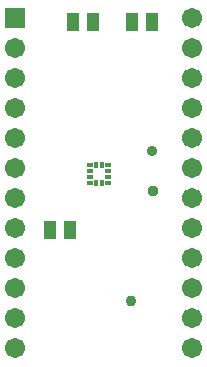
<source format=gts>
*
%LPD*%
%LNMS 2x2D12 Adapter to DIL24_Rev1.0.GTS*%
%FSLAX24Y24*%
%MOIN*%
%AD*%
%ADD28R,0.01575X0.02362*%
%ADD29R,0.02362X0.01575*%
%ADD30R,0.0395X0.05918*%
%ADD31C,0.06706*%
%ADD32C,0.06706*%
%ADD33R,0.06706X0.06706*%
%ADD34C,0.03674*%
%ADD35C,0.03458*%
%ADD36C,0.03753*%
G54D28*
%SRX1Y1I0.0J0.0*%
G1X2899Y-495D3*
G1X2699Y-495D3*
G1X2699Y105D3*
G1X2899Y105D3*
G54D29*
G1X2499Y-495D3*
G1X2499Y-295D3*
G1X2499Y-95D3*
G1X2499Y105D3*
G1X3099Y105D3*
G1X3099Y-295D3*
G1X3099Y-495D3*
G1X3099Y-95D3*
G54D30*
G1X1828Y-2047D3*
G1X1159Y-2047D3*
G1X2601Y4864D3*
G1X3901Y4865D3*
G1X1932Y4864D3*
G1X4570Y4865D3*
G54D31*
G1X5909Y3000D3*
G1X5909Y0D3*
G1X5909Y-5000D3*
G1X5909Y2000D3*
G1X5909Y1000D3*
G1X5909Y-4000D3*
G1X5909Y-6000D3*
G1X5909Y4000D3*
G1X5909Y5000D3*
G1X5909Y-2000D3*
G1X5909Y-3000D3*
G1X5909Y-1000D3*
G54D32*
G1X0Y-6000D3*
G1X0Y-5000D3*
G1X0Y-4000D3*
G1X0Y-3000D3*
G1X0Y-1000D3*
G1X0Y0D3*
G1X0Y1000D3*
G1X0Y2000D3*
G1X0Y3000D3*
G1X0Y4000D3*
G1X0Y-2000D3*
G54D33*
G1X0Y5000D3*
G54D34*
G1X3877Y-4431D3*
G54D35*
G1X4580Y580D3*
G54D36*
G1X4596Y-749D3*
M2*

</source>
